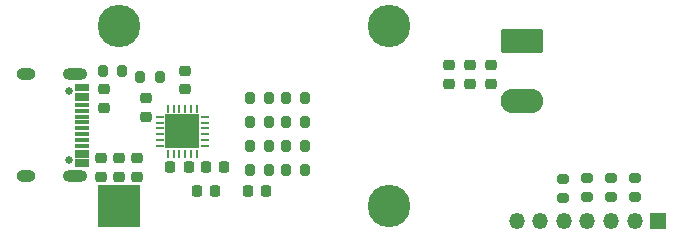
<source format=gts>
%TF.GenerationSoftware,KiCad,Pcbnew,6.0.0*%
%TF.CreationDate,2021-12-30T08:36:24-05:00*%
%TF.ProjectId,usb_pd_sink_fixed,7573625f-7064-45f7-9369-6e6b5f666978,rev?*%
%TF.SameCoordinates,Original*%
%TF.FileFunction,Soldermask,Top*%
%TF.FilePolarity,Negative*%
%FSLAX46Y46*%
G04 Gerber Fmt 4.6, Leading zero omitted, Abs format (unit mm)*
G04 Created by KiCad (PCBNEW 6.0.0) date 2021-12-30 08:36:24*
%MOMM*%
%LPD*%
G01*
G04 APERTURE LIST*
G04 Aperture macros list*
%AMRoundRect*
0 Rectangle with rounded corners*
0 $1 Rounding radius*
0 $2 $3 $4 $5 $6 $7 $8 $9 X,Y pos of 4 corners*
0 Add a 4 corners polygon primitive as box body*
4,1,4,$2,$3,$4,$5,$6,$7,$8,$9,$2,$3,0*
0 Add four circle primitives for the rounded corners*
1,1,$1+$1,$2,$3*
1,1,$1+$1,$4,$5*
1,1,$1+$1,$6,$7*
1,1,$1+$1,$8,$9*
0 Add four rect primitives between the rounded corners*
20,1,$1+$1,$2,$3,$4,$5,0*
20,1,$1+$1,$4,$5,$6,$7,0*
20,1,$1+$1,$6,$7,$8,$9,0*
20,1,$1+$1,$8,$9,$2,$3,0*%
G04 Aperture macros list end*
%ADD10C,0.650000*%
%ADD11R,1.150000X0.300000*%
%ADD12O,1.600000X1.000000*%
%ADD13O,2.100000X1.000000*%
%ADD14RoundRect,0.200000X-0.200000X-0.275000X0.200000X-0.275000X0.200000X0.275000X-0.200000X0.275000X0*%
%ADD15RoundRect,0.200000X0.200000X0.275000X-0.200000X0.275000X-0.200000X-0.275000X0.200000X-0.275000X0*%
%ADD16RoundRect,0.200000X-0.275000X0.200000X-0.275000X-0.200000X0.275000X-0.200000X0.275000X0.200000X0*%
%ADD17RoundRect,0.225000X0.225000X0.250000X-0.225000X0.250000X-0.225000X-0.250000X0.225000X-0.250000X0*%
%ADD18RoundRect,0.225000X-0.250000X0.225000X-0.250000X-0.225000X0.250000X-0.225000X0.250000X0.225000X0*%
%ADD19RoundRect,0.218750X-0.256250X0.218750X-0.256250X-0.218750X0.256250X-0.218750X0.256250X0.218750X0*%
%ADD20R,0.681065X0.239283*%
%ADD21RoundRect,0.119642X0.220890X-0.000001X-0.220890X-0.000001X-0.220890X0.000001X0.220890X0.000001X0*%
%ADD22RoundRect,0.119642X-0.000001X0.220890X0.000001X0.220890X0.000001X-0.220890X-0.000001X-0.220890X0*%
%ADD23R,2.850000X2.850000*%
%ADD24RoundRect,0.225000X-0.225000X-0.250000X0.225000X-0.250000X0.225000X0.250000X-0.225000X0.250000X0*%
%ADD25RoundRect,0.225000X0.250000X-0.225000X0.250000X0.225000X-0.250000X0.225000X-0.250000X-0.225000X0*%
%ADD26RoundRect,0.249999X-1.550001X0.790001X-1.550001X-0.790001X1.550001X-0.790001X1.550001X0.790001X0*%
%ADD27O,3.600000X2.080000*%
%ADD28R,3.600000X3.600000*%
%ADD29C,3.600000*%
%ADD30R,1.350000X1.350000*%
%ADD31O,1.350000X1.350000*%
G04 APERTURE END LIST*
D10*
%TO.C,J1*%
X55945000Y-75850000D03*
X55945000Y-81630000D03*
D11*
X57010000Y-75390000D03*
X57010000Y-76190000D03*
X57010000Y-77490000D03*
X57010000Y-78490000D03*
X57010000Y-78990000D03*
X57010000Y-79990000D03*
X57010000Y-81290000D03*
X57010000Y-82090000D03*
X57010000Y-81790000D03*
X57010000Y-80990000D03*
X57010000Y-80490000D03*
X57010000Y-79490000D03*
X57010000Y-77990000D03*
X57010000Y-76990000D03*
X57010000Y-76490000D03*
X57010000Y-75690000D03*
D12*
X52265000Y-74420000D03*
D13*
X56445000Y-74420000D03*
D12*
X52265000Y-83060000D03*
D13*
X56445000Y-83060000D03*
%TD*%
D14*
%TO.C,R13*%
X58802000Y-74168000D03*
X60452000Y-74168000D03*
%TD*%
D15*
%TO.C,R5*%
X75946000Y-82550000D03*
X74296000Y-82550000D03*
%TD*%
%TO.C,R12*%
X72898000Y-76454000D03*
X71248000Y-76454000D03*
%TD*%
D16*
%TO.C,R1*%
X103886000Y-83186000D03*
X103886000Y-84836000D03*
%TD*%
D17*
%TO.C,C6*%
X66066000Y-82296000D03*
X64516000Y-82296000D03*
%TD*%
D18*
%TO.C,C10*%
X89916000Y-73647000D03*
X89916000Y-75197000D03*
%TD*%
D15*
%TO.C,R10*%
X72898000Y-78486000D03*
X71248000Y-78486000D03*
%TD*%
D19*
%TO.C,D1*%
X65786000Y-74117000D03*
X65786000Y-75692000D03*
%TD*%
D18*
%TO.C,C8*%
X88138000Y-73647000D03*
X88138000Y-75197000D03*
%TD*%
%TO.C,C4*%
X58674000Y-81521000D03*
X58674000Y-83071000D03*
%TD*%
D16*
%TO.C,R4*%
X97790000Y-83249000D03*
X97790000Y-84899000D03*
%TD*%
D20*
%TO.C,U1*%
X67447532Y-80498000D03*
D21*
X67447532Y-79998000D03*
X67447532Y-79498000D03*
X67447532Y-78997999D03*
X67447532Y-78497999D03*
X67447532Y-77997999D03*
D22*
X66782000Y-77332467D03*
X66282000Y-77332467D03*
X65782000Y-77332467D03*
X65281999Y-77332467D03*
X64781999Y-77332467D03*
X64281999Y-77332467D03*
D21*
X63616467Y-77997999D03*
X63616467Y-78497999D03*
X63616467Y-78997999D03*
X63616467Y-79498000D03*
X63616467Y-79998000D03*
X63616467Y-80498000D03*
D22*
X64281999Y-81163532D03*
X64781999Y-81163532D03*
X65281999Y-81163532D03*
X65782000Y-81163532D03*
X66282000Y-81163532D03*
X66782000Y-81163532D03*
D23*
X65532000Y-79248000D03*
%TD*%
D18*
%TO.C,C11*%
X91694000Y-73647000D03*
X91694000Y-75197000D03*
%TD*%
D15*
%TO.C,R11*%
X75946000Y-76454000D03*
X74296000Y-76454000D03*
%TD*%
%TO.C,R9*%
X75946000Y-78486000D03*
X74296000Y-78486000D03*
%TD*%
D17*
%TO.C,C7*%
X68326000Y-84328000D03*
X66776000Y-84328000D03*
%TD*%
D15*
%TO.C,R14*%
X63626000Y-74676000D03*
X61976000Y-74676000D03*
%TD*%
%TO.C,R7*%
X75946000Y-80518000D03*
X74296000Y-80518000D03*
%TD*%
%TO.C,R8*%
X72898000Y-80518000D03*
X71248000Y-80518000D03*
%TD*%
D24*
%TO.C,C2*%
X67538000Y-82296000D03*
X69088000Y-82296000D03*
%TD*%
D16*
%TO.C,R2*%
X101854000Y-83186000D03*
X101854000Y-84836000D03*
%TD*%
D18*
%TO.C,C3*%
X60198000Y-81534000D03*
X60198000Y-83084000D03*
%TD*%
D25*
%TO.C,C12*%
X62484000Y-78004000D03*
X62484000Y-76454000D03*
%TD*%
D18*
%TO.C,C1*%
X61722000Y-81521000D03*
X61722000Y-83071000D03*
%TD*%
D24*
%TO.C,C5*%
X71094000Y-84328000D03*
X72644000Y-84328000D03*
%TD*%
D25*
%TO.C,C9*%
X58928000Y-77242000D03*
X58928000Y-75692000D03*
%TD*%
D16*
%TO.C,R3*%
X99822000Y-83186000D03*
X99822000Y-84836000D03*
%TD*%
D15*
%TO.C,R6*%
X72898000Y-82550000D03*
X71248000Y-82550000D03*
%TD*%
D26*
%TO.C,J2*%
X94266500Y-71628000D03*
D27*
X94266500Y-76708000D03*
%TD*%
D28*
%TO.C,T1*%
X60198000Y-85593000D03*
D29*
X60198000Y-70353000D03*
X83058000Y-70353000D03*
X83058000Y-85593000D03*
%TD*%
D30*
%TO.C,J3*%
X105822000Y-86868000D03*
D31*
X103822000Y-86868000D03*
X101822000Y-86868000D03*
X99822000Y-86868000D03*
X97822000Y-86868000D03*
X95822000Y-86868000D03*
X93822000Y-86868000D03*
%TD*%
M02*

</source>
